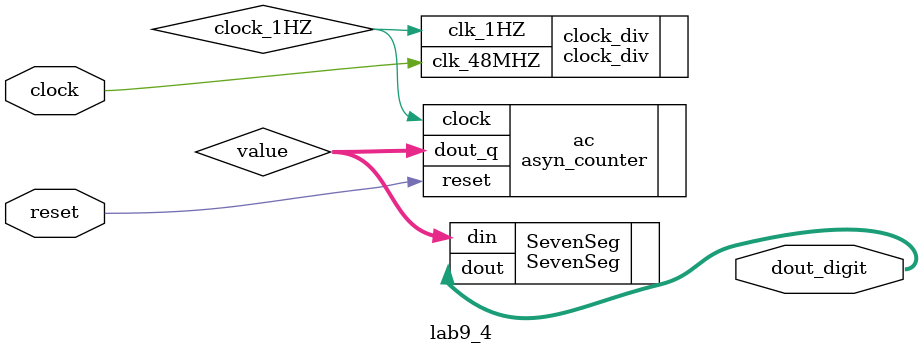
<source format=v>
module lab9_4(clock,reset,dout_digit);
    input clock,reset;
    output[6:0] dout_digit;
    wire[3:0]   value;
    wire    clock_1HZ;

    clock_div clock_div(
                        .clk_48MHZ  (clock),
                        .clk_1HZ    (clock_1HZ)
                        );

    asyn_counter ac(
                        .clock      (clock_1HZ),
                        .reset      (reset),
                        .dout_q     (value)
    );
    //assign vlaue[3:1] = 3'b000;
    SevenSeg    SevenSeg(
                        .din    (value),
                        .dout   (dout_digit)
                    );
endmodule
</source>
